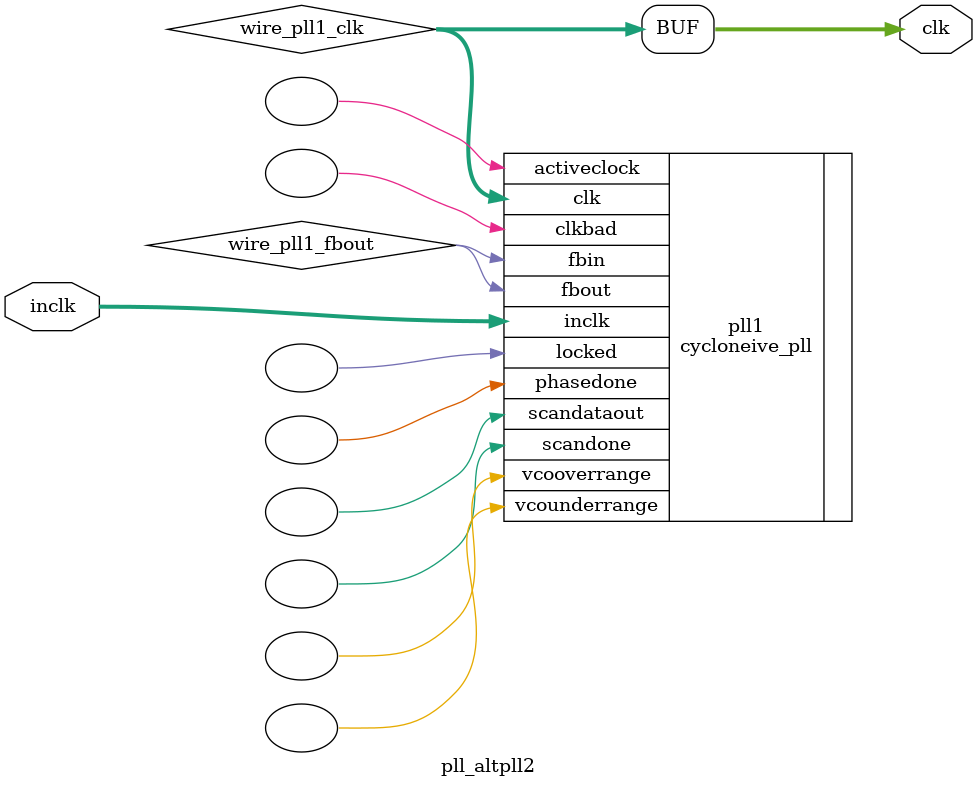
<source format=v>






//synthesis_resources = cycloneive_pll 1 
//synopsys translate_off
`timescale 1 ps / 1 ps
//synopsys translate_on
module  pll_altpll2
	( 
	clk,
	inclk) /* synthesis synthesis_clearbox=1 */;
	output   [4:0]  clk;
	input   [1:0]  inclk;
`ifndef ALTERA_RESERVED_QIS
// synopsys translate_off
`endif
	tri0   [1:0]  inclk;
`ifndef ALTERA_RESERVED_QIS
// synopsys translate_on
`endif

	wire  [4:0]   wire_pll1_clk;
	wire  wire_pll1_fbout;

	cycloneive_pll   pll1
	( 
	.activeclock(),
	.clk(wire_pll1_clk),
	.clkbad(),
	.fbin(wire_pll1_fbout),
	.fbout(wire_pll1_fbout),
	.inclk(inclk),
	.locked(),
	.phasedone(),
	.scandataout(),
	.scandone(),
	.vcooverrange(),
	.vcounderrange()
	`ifndef FORMAL_VERIFICATION
	// synopsys translate_off
	`endif
	,
	.areset(1'b0),
	.clkswitch(1'b0),
	.configupdate(1'b0),
	.pfdena(1'b1),
	.phasecounterselect({3{1'b0}}),
	.phasestep(1'b0),
	.phaseupdown(1'b0),
	.scanclk(1'b0),
	.scanclkena(1'b1),
	.scandata(1'b0)
	`ifndef FORMAL_VERIFICATION
	// synopsys translate_on
	`endif
	);
	defparam
		pll1.bandwidth_type = "auto",
		pll1.clk0_divide_by = 1250,
		pll1.clk0_duty_cycle = 50,
		pll1.clk0_multiply_by = 1,
		pll1.clk0_phase_shift = "0",
		pll1.clk1_divide_by = 625,
		pll1.clk1_duty_cycle = 50,
		pll1.clk1_multiply_by = 32,
		pll1.clk1_phase_shift = "0",
		pll1.clk2_divide_by = 625,
		pll1.clk2_duty_cycle = 50,
		pll1.clk2_multiply_by = 3,
		pll1.clk2_phase_shift = "0",
		pll1.compensate_clock = "clk0",
		pll1.inclk0_input_frequency = 20000,
		pll1.operation_mode = "normal",
		pll1.pll_type = "auto",
		pll1.lpm_type = "cycloneive_pll";
	assign
		clk = {wire_pll1_clk[4:0]};
endmodule //pll_altpll2
//VALID FILE

</source>
